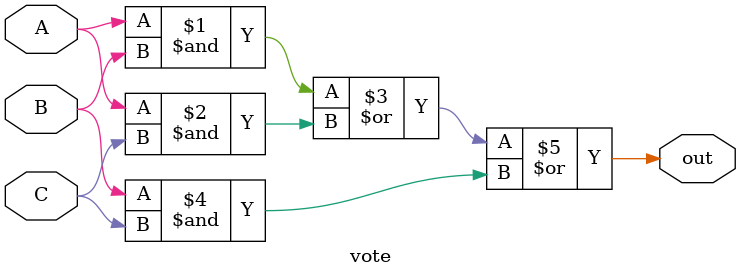
<source format=v>
`timescale 1ns / 1ps
module vote(
    input A,
    input B,
    input C,
	 output out
    );
	
	assign out = (A&B)|(A&C)|(B&C);
	
endmodule

</source>
